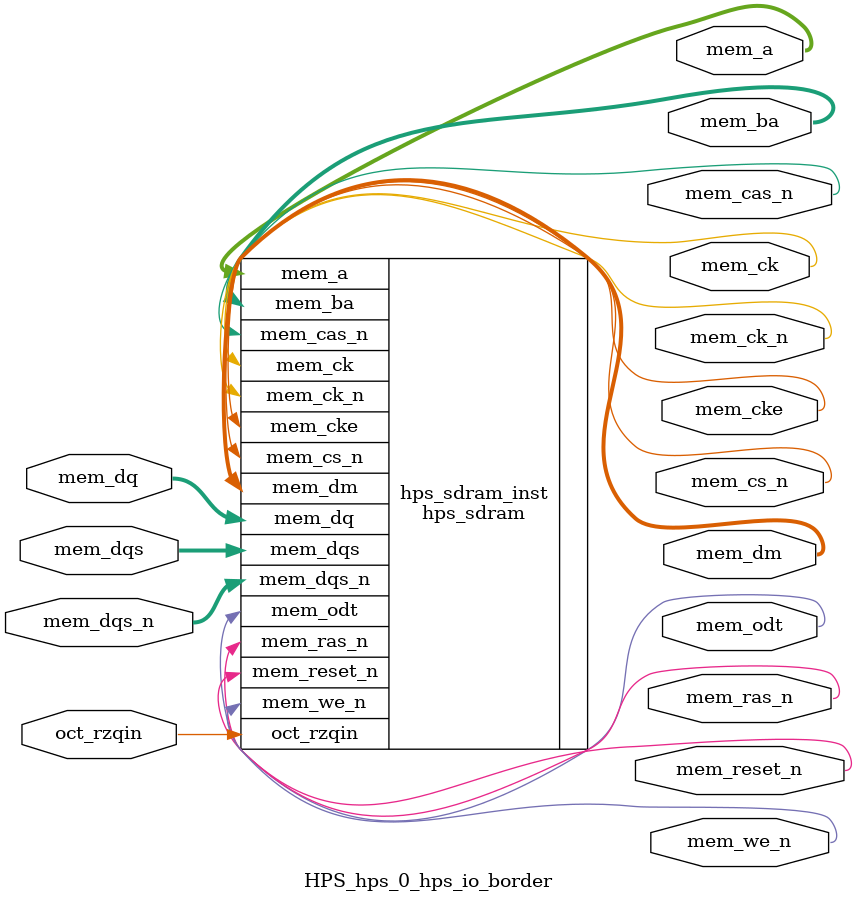
<source format=sv>


module HPS_hps_0_hps_io_border(
// memory
  output wire [13 - 1 : 0 ] mem_a
 ,output wire [3 - 1 : 0 ] mem_ba
 ,output wire [1 - 1 : 0 ] mem_ck
 ,output wire [1 - 1 : 0 ] mem_ck_n
 ,output wire [1 - 1 : 0 ] mem_cke
 ,output wire [1 - 1 : 0 ] mem_cs_n
 ,output wire [1 - 1 : 0 ] mem_ras_n
 ,output wire [1 - 1 : 0 ] mem_cas_n
 ,output wire [1 - 1 : 0 ] mem_we_n
 ,output wire [1 - 1 : 0 ] mem_reset_n
 ,inout wire [32 - 1 : 0 ] mem_dq
 ,inout wire [4 - 1 : 0 ] mem_dqs
 ,inout wire [4 - 1 : 0 ] mem_dqs_n
 ,output wire [1 - 1 : 0 ] mem_odt
 ,output wire [4 - 1 : 0 ] mem_dm
 ,input wire [1 - 1 : 0 ] oct_rzqin
);


hps_sdram hps_sdram_inst(
 .mem_dq({
    mem_dq[31:0] // 31:0
  })
,.mem_odt({
    mem_odt[0:0] // 0:0
  })
,.mem_ras_n({
    mem_ras_n[0:0] // 0:0
  })
,.mem_dqs_n({
    mem_dqs_n[3:0] // 3:0
  })
,.mem_dqs({
    mem_dqs[3:0] // 3:0
  })
,.mem_dm({
    mem_dm[3:0] // 3:0
  })
,.mem_we_n({
    mem_we_n[0:0] // 0:0
  })
,.mem_cas_n({
    mem_cas_n[0:0] // 0:0
  })
,.mem_ba({
    mem_ba[2:0] // 2:0
  })
,.mem_a({
    mem_a[12:0] // 12:0
  })
,.mem_cs_n({
    mem_cs_n[0:0] // 0:0
  })
,.mem_ck({
    mem_ck[0:0] // 0:0
  })
,.mem_cke({
    mem_cke[0:0] // 0:0
  })
,.oct_rzqin({
    oct_rzqin[0:0] // 0:0
  })
,.mem_reset_n({
    mem_reset_n[0:0] // 0:0
  })
,.mem_ck_n({
    mem_ck_n[0:0] // 0:0
  })
);

endmodule


</source>
